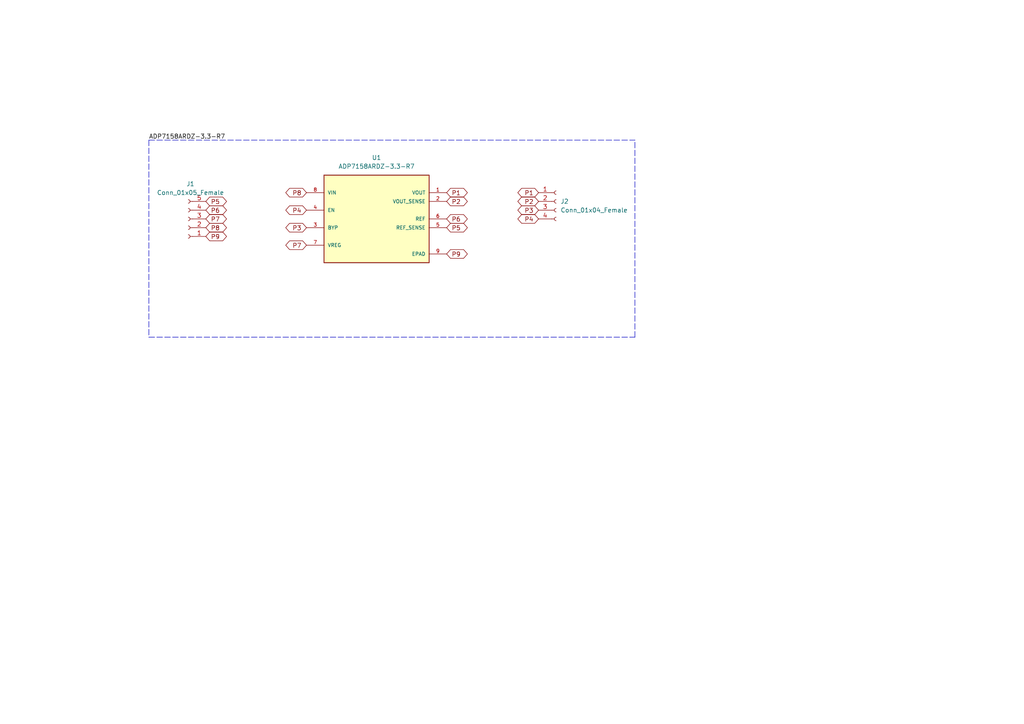
<source format=kicad_sch>
(kicad_sch (version 20211123) (generator eeschema)
  (paper "A4")
  (lib_symbols
    (symbol "ADP7158ARDZ-3.3-R7:ADP7158ARDZ-3.3-R7" (pin_names (offset 1.016))
      (property "Reference" "U" (at -15.24 13.335 0))
      (property "Value" "ADP7158ARDZ-3.3-R7" (at -15.24 -15.24 0))
      (symbol "ADP7158ARDZ-3.3-R7_0_0"
        (rectangle (start -15.24 -12.7) (end 15.24 12.7) (stroke (width 0.254)) (fill (type background)))
        (pin output line (at 20.32 7.62 180) (length 5.08) (name "VOUT") (number "1"))
        (pin output line (at 20.32 5.08 180) (length 5.08) (name "VOUT_SENSE") (number "2"))
        (pin passive line (at -20.32 -2.54 0) (length 5.08) (name "BYP") (number "3"))
        (pin input line (at -20.32 2.54 0) (length 5.08) (name "EN") (number "4"))
        (pin input line (at 20.32 -2.54 180) (length 5.08) (name "REF_SENSE") (number "5"))
        (pin output line (at 20.32 0 180) (length 5.08) (name "REF") (number "6"))
        (pin passive line (at -20.32 -7.62 0) (length 5.08) (name "VREG") (number "7"))
        (pin input line (at -20.32 7.62 0) (length 5.08) (name "VIN") (number "8"))
        (pin power_in line (at 20.32 -10.16 180) (length 5.08) (name "EPAD") (number "9"))
      )
    )
    (symbol "Connector:Conn_01x04_Female" (pin_names (offset 1.016) hide)
      (property "Reference" "J" (at 0 5.08 0))
      (property "Value" "Conn_01x04_Female" (at 0 -7.62 0))
      (symbol "Conn_01x04_Female_1_1"
        (arc (start 0 -4.572) (mid -0.508 -5.08) (end 0 -5.588) (stroke (width 0.1524)))
        (arc (start 0 -2.032) (mid -0.508 -2.54) (end 0 -3.048) (stroke (width 0.1524)))
        (polyline (pts (xy -1.27 -5.08) (xy -0.508 -5.08)) (stroke (width 0.1524)))
        (polyline (pts (xy -1.27 -2.54) (xy -0.508 -2.54)) (stroke (width 0.1524)))
        (polyline (pts (xy -1.27 0) (xy -0.508 0)) (stroke (width 0.1524)))
        (polyline (pts (xy -1.27 2.54) (xy -0.508 2.54)) (stroke (width 0.1524)))
        (arc (start 0 0.508) (mid -0.508 0) (end 0 -0.508) (stroke (width 0.1524)))
        (arc (start 0 3.048) (mid -0.508 2.54) (end 0 2.032) (stroke (width 0.1524)))
        (pin passive line (at -5.08 2.54 0) (length 3.81) (name "Pin_1") (number "1"))
        (pin passive line (at -5.08 0 0) (length 3.81) (name "Pin_2") (number "2"))
        (pin passive line (at -5.08 -2.54 0) (length 3.81) (name "Pin_3") (number "3"))
        (pin passive line (at -5.08 -5.08 0) (length 3.81) (name "Pin_4") (number "4"))
      )
    )
    (symbol "Connector:Conn_01x05_Female" (pin_names (offset 1.016) hide)
      (property "Reference" "J" (at 0 7.62 0))
      (property "Value" "Conn_01x05_Female" (at 0 -7.62 0))
      (symbol "Conn_01x05_Female_1_1"
        (arc (start 0 -4.572) (mid -0.508 -5.08) (end 0 -5.588) (stroke (width 0.1524)))
        (arc (start 0 -2.032) (mid -0.508 -2.54) (end 0 -3.048) (stroke (width 0.1524)))
        (polyline (pts (xy -1.27 -5.08) (xy -0.508 -5.08)) (stroke (width 0.1524)))
        (polyline (pts (xy -1.27 -2.54) (xy -0.508 -2.54)) (stroke (width 0.1524)))
        (polyline (pts (xy -1.27 0) (xy -0.508 0)) (stroke (width 0.1524)))
        (polyline (pts (xy -1.27 2.54) (xy -0.508 2.54)) (stroke (width 0.1524)))
        (polyline (pts (xy -1.27 5.08) (xy -0.508 5.08)) (stroke (width 0.1524)))
        (arc (start 0 0.508) (mid -0.508 0) (end 0 -0.508) (stroke (width 0.1524)))
        (arc (start 0 3.048) (mid -0.508 2.54) (end 0 2.032) (stroke (width 0.1524)))
        (arc (start 0 5.588) (mid -0.508 5.08) (end 0 4.572) (stroke (width 0.1524)))
        (pin passive line (at -5.08 5.08 0) (length 3.81) (name "Pin_1") (number "1"))
        (pin passive line (at -5.08 2.54 0) (length 3.81) (name "Pin_2") (number "2"))
        (pin passive line (at -5.08 0 0) (length 3.81) (name "Pin_3") (number "3"))
        (pin passive line (at -5.08 -2.54 0) (length 3.81) (name "Pin_4") (number "4"))
        (pin passive line (at -5.08 -5.08 0) (length 3.81) (name "Pin_5") (number "5"))
      )
    )
  )
  (polyline (pts (xy 184.15 97.79) (xy 184.15 40.64)))
  (polyline (pts (xy 43.18 40.64) (xy 43.18 97.79)))
  (polyline (pts (xy 43.18 97.79) (xy 184.15 97.79)))
  (polyline (pts (xy 43.18 40.64) (xy 184.15 40.64)))
  (label "ADP7158ARDZ-3.3-R7" (at 43.18 40.64 0))
  (global_label "P2" (shape bidirectional) (at 156.21 58.42 180) (property "Intersheet References" "${INTERSHEET_REFS}" (effects hide)))
  (global_label "P7" (shape bidirectional) (at 59.69 63.5 0) (property "Intersheet References" "${INTERSHEET_REFS}" (effects hide)))
  (global_label "P8" (shape bidirectional) (at 59.69 66.04 0) (property "Intersheet References" "${INTERSHEET_REFS}" (effects hide)))
  (global_label "P8" (shape bidirectional) (at 88.9 55.88 180) (property "Intersheet References" "${INTERSHEET_REFS}" (effects hide)))
  (global_label "P2" (shape bidirectional) (at 129.54 58.42 0) (property "Intersheet References" "${INTERSHEET_REFS}" (effects hide)))
  (global_label "P1" (shape bidirectional) (at 129.54 55.88 0) (property "Intersheet References" "${INTERSHEET_REFS}" (effects hide)))
  (global_label "P1" (shape bidirectional) (at 156.21 55.88 180) (property "Intersheet References" "${INTERSHEET_REFS}" (effects hide)))
  (global_label "P5" (shape bidirectional) (at 129.54 66.04 0) (property "Intersheet References" "${INTERSHEET_REFS}" (effects hide)))
  (global_label "P4" (shape bidirectional) (at 88.9 60.96 180) (property "Intersheet References" "${INTERSHEET_REFS}" (effects hide)))
  (global_label "P3" (shape bidirectional) (at 156.21 60.96 180) (property "Intersheet References" "${INTERSHEET_REFS}" (effects hide)))
  (global_label "P9" (shape bidirectional) (at 129.54 73.66 0) (property "Intersheet References" "${INTERSHEET_REFS}" (effects hide)))
  (global_label "P3" (shape bidirectional) (at 88.9 66.04 180) (property "Intersheet References" "${INTERSHEET_REFS}" (effects hide)))
  (global_label "P4" (shape bidirectional) (at 156.21 63.5 180) (property "Intersheet References" "${INTERSHEET_REFS}" (effects hide)))
  (global_label "P7" (shape bidirectional) (at 88.9 71.12 180) (property "Intersheet References" "${INTERSHEET_REFS}" (effects hide)))
  (global_label "P5" (shape bidirectional) (at 59.69 58.42 0) (property "Intersheet References" "${INTERSHEET_REFS}" (effects hide)))
  (global_label "P6" (shape bidirectional) (at 59.69 60.96 0) (property "Intersheet References" "${INTERSHEET_REFS}" (effects hide)))
  (global_label "P6" (shape bidirectional) (at 129.54 63.5 0) (property "Intersheet References" "${INTERSHEET_REFS}" (effects hide)))
  (global_label "P9" (shape bidirectional) (at 59.69 68.58 0) (property "Intersheet References" "${INTERSHEET_REFS}" (effects hide)))
  (symbol (lib_id "ADP7158ARDZ-3.3-R7:ADP7158ARDZ-3.3-R7") (at 109.22 63.5 0) (unit 1)
    (property "Reference" "U1" (at 109.22 45.72 0))
    (property "Value" "ADP7158ARDZ-3.3-R7" (at 109.22 48.26 0))
    (property "Footprint" "SOIC127P600X175-9N" (effects hide))
    (property "PARTREV" "C" (effects hide))
    (property "SNAPEDA_PN" "ADP7158ARDZ-3.3-R7" (effects hide))
    (property "MAXIMUM_PACKAGE_HEIGHT" "1.75 mm" (effects hide))
    (property "MANUFACTURER" "ANALOG DEVICES" (effects hide))
    (property "STANDARD" "IPC 7351B" (effects hide))
  )
  (symbol (lib_id "Connector:Conn_01x05_Female") (at 54.61 63.5 180) (unit 1)
    (property "Reference" "J1" (at 55.245 53.34 0))
    (property "Value" "Conn_01x05_Female" (at 55.245 55.88 0))
    (property "Footprint" "Connector_PinHeader_2.54mm:PinHeader_1x05_P2.54mm_Vertical" (effects hide))
  )
  (symbol (lib_id "Connector:Conn_01x04_Female") (at 161.29 58.42 0) (unit 1)
    (property "Reference" "J2" (at 162.56 58.4199 0) (effects (justify left)))
    (property "Value" "Conn_01x04_Female" (at 162.56 60.9599 0) (effects (justify left)))
    (property "Footprint" "Connector_PinHeader_2.54mm:PinHeader_1x04_P2.54mm_Vertical" (effects hide))
  )
)
</source>
